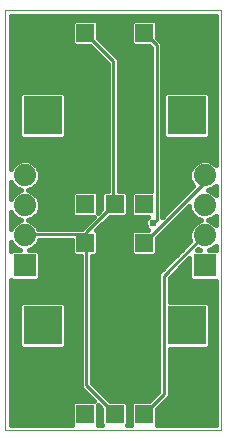
<source format=gtl>
G75*
G70*
%OFA0B0*%
%FSLAX24Y24*%
%IPPOS*%
%LPD*%
%AMOC8*
5,1,8,0,0,1.08239X$1,22.5*
%
%ADD10C,0.0000*%
%ADD11R,0.0594X0.0594*%
%ADD12R,0.1266X0.1266*%
%ADD13R,0.0740X0.0740*%
%ADD14C,0.0740*%
%ADD15C,0.0100*%
%ADD16C,0.0240*%
%ADD17C,0.0160*%
D10*
X000180Y000180D02*
X000180Y014180D01*
X007380Y014180D01*
X007380Y000180D01*
X000180Y000180D01*
D11*
X002836Y000727D03*
X003820Y000727D03*
X004804Y000727D03*
X004804Y006436D03*
X004804Y007727D03*
X003820Y007727D03*
X002836Y007727D03*
X002836Y006436D03*
X002836Y013436D03*
X004804Y013436D03*
D12*
X006222Y010680D03*
X006222Y003680D03*
X001418Y003680D03*
X001418Y010680D03*
D13*
X000820Y005680D03*
X006820Y005680D03*
D14*
X006820Y006680D03*
X006820Y007680D03*
X006820Y008680D03*
X000820Y008680D03*
X000820Y007680D03*
X000820Y006680D03*
D15*
X000840Y006720D01*
X002880Y006720D01*
X002836Y006436D01*
X002880Y006480D01*
X002880Y006720D01*
X002880Y006780D01*
X003780Y007680D01*
X003820Y007727D01*
X003780Y007740D01*
X003780Y012480D01*
X002880Y013380D01*
X002836Y013436D01*
X004804Y013436D02*
X004860Y013380D01*
X005220Y013020D01*
X005220Y007200D01*
X005100Y007080D01*
X004860Y006480D02*
X004804Y006436D01*
X004860Y006480D02*
X006780Y008400D01*
X006780Y008640D01*
X006820Y008680D01*
X006820Y006680D02*
X006780Y006660D01*
X005460Y005340D01*
X005460Y001380D01*
X004860Y000780D01*
X004804Y000727D01*
X003820Y000727D02*
X003780Y000780D01*
X002880Y001680D01*
X002880Y006420D01*
X002836Y006436D01*
D16*
X005100Y007080D03*
D17*
X004940Y006873D02*
X004449Y006873D01*
X004367Y006791D01*
X004367Y006081D01*
X004449Y005999D01*
X005159Y005999D01*
X005241Y006081D01*
X005241Y006592D01*
X006310Y007661D01*
X006310Y007579D01*
X006388Y007391D01*
X006531Y007248D01*
X006694Y007180D01*
X006531Y007112D01*
X006388Y006969D01*
X006310Y006781D01*
X006310Y006579D01*
X006345Y006494D01*
X005270Y005419D01*
X005270Y001459D01*
X004975Y001164D01*
X004449Y001164D01*
X004367Y001082D01*
X004367Y000372D01*
X004380Y000360D01*
X004244Y000360D01*
X004257Y000372D01*
X004257Y001082D01*
X004175Y001164D01*
X003665Y001164D01*
X003070Y001759D01*
X003070Y005999D01*
X003191Y005999D01*
X003273Y006081D01*
X003273Y006791D01*
X003216Y006847D01*
X003659Y007290D01*
X004175Y007290D01*
X004257Y007372D01*
X004257Y008082D01*
X004175Y008164D01*
X003970Y008164D01*
X003970Y012559D01*
X003859Y012670D01*
X003273Y013256D01*
X003273Y013791D01*
X003191Y013873D01*
X002481Y013873D01*
X002399Y013791D01*
X002399Y013081D01*
X002481Y012999D01*
X002992Y012999D01*
X003590Y012401D01*
X003590Y008164D01*
X003465Y008164D01*
X003383Y008082D01*
X003383Y007552D01*
X003273Y007441D01*
X003273Y008082D01*
X003191Y008164D01*
X002481Y008164D01*
X002399Y008082D01*
X002399Y007372D01*
X002481Y007290D01*
X003122Y007290D01*
X002801Y006970D01*
X002741Y006910D01*
X001277Y006910D01*
X001252Y006969D01*
X001109Y007112D01*
X000946Y007180D01*
X001109Y007248D01*
X001252Y007391D01*
X001330Y007579D01*
X001330Y007781D01*
X001252Y007969D01*
X001109Y008112D01*
X000946Y008180D01*
X001109Y008248D01*
X001252Y008391D01*
X001330Y008579D01*
X001330Y008781D01*
X001252Y008969D01*
X001109Y009112D01*
X000921Y009190D01*
X000719Y009190D01*
X000531Y009112D01*
X000388Y008969D01*
X000360Y008902D01*
X000360Y014000D01*
X007200Y014000D01*
X007200Y009021D01*
X007109Y009112D01*
X006921Y009190D01*
X006719Y009190D01*
X006531Y009112D01*
X006388Y008969D01*
X006310Y008781D01*
X006310Y008579D01*
X006388Y008391D01*
X006445Y008334D01*
X005410Y007299D01*
X005410Y013099D01*
X005299Y013210D01*
X005241Y013268D01*
X005241Y013791D01*
X005159Y013873D01*
X004449Y013873D01*
X004367Y013791D01*
X004367Y013081D01*
X004449Y012999D01*
X004972Y012999D01*
X005030Y012941D01*
X005030Y008164D01*
X004449Y008164D01*
X004367Y008082D01*
X004367Y007372D01*
X004449Y007290D01*
X004943Y007290D01*
X004880Y007227D01*
X004840Y007132D01*
X004840Y007028D01*
X004880Y006933D01*
X004940Y006873D01*
X004854Y006996D02*
X003364Y006996D01*
X003226Y006837D02*
X004414Y006837D01*
X004367Y006679D02*
X003273Y006679D01*
X003273Y006520D02*
X004367Y006520D01*
X004367Y006362D02*
X003273Y006362D01*
X003273Y006203D02*
X004367Y006203D01*
X004404Y006045D02*
X003236Y006045D01*
X003070Y005886D02*
X005737Y005886D01*
X005579Y005728D02*
X003070Y005728D01*
X003070Y005569D02*
X005420Y005569D01*
X005270Y005411D02*
X003070Y005411D01*
X003070Y005252D02*
X005270Y005252D01*
X005270Y005094D02*
X003070Y005094D01*
X003070Y004935D02*
X005270Y004935D01*
X005270Y004777D02*
X003070Y004777D01*
X003070Y004618D02*
X005270Y004618D01*
X005270Y004460D02*
X003070Y004460D01*
X003070Y004301D02*
X005270Y004301D01*
X005270Y004143D02*
X003070Y004143D01*
X003070Y003984D02*
X005270Y003984D01*
X005270Y003826D02*
X003070Y003826D01*
X003070Y003667D02*
X005270Y003667D01*
X005270Y003509D02*
X003070Y003509D01*
X003070Y003350D02*
X005270Y003350D01*
X005270Y003192D02*
X003070Y003192D01*
X003070Y003033D02*
X005270Y003033D01*
X005270Y002875D02*
X003070Y002875D01*
X003070Y002716D02*
X005270Y002716D01*
X005270Y002558D02*
X003070Y002558D01*
X003070Y002399D02*
X005270Y002399D01*
X005270Y002241D02*
X003070Y002241D01*
X003070Y002082D02*
X005270Y002082D01*
X005270Y001924D02*
X003070Y001924D01*
X003070Y001765D02*
X005270Y001765D01*
X005270Y001607D02*
X003222Y001607D01*
X003381Y001448D02*
X005259Y001448D01*
X005101Y001290D02*
X003539Y001290D01*
X003273Y001019D02*
X003383Y000908D01*
X003383Y000372D01*
X003396Y000360D01*
X003260Y000360D01*
X003273Y000372D01*
X003273Y001019D01*
X003273Y000973D02*
X003319Y000973D01*
X003273Y000814D02*
X003383Y000814D01*
X003383Y000656D02*
X003273Y000656D01*
X003273Y000497D02*
X003383Y000497D01*
X003127Y001164D02*
X002481Y001164D01*
X002399Y001082D01*
X002399Y000372D01*
X002411Y000360D01*
X000360Y000360D01*
X000360Y005202D01*
X000392Y005170D01*
X001248Y005170D01*
X001330Y005252D01*
X002690Y005252D01*
X002690Y005094D02*
X000360Y005094D01*
X000360Y004935D02*
X002690Y004935D01*
X002690Y004777D02*
X000360Y004777D01*
X000360Y004618D02*
X002690Y004618D01*
X002690Y004460D02*
X000360Y004460D01*
X000360Y004301D02*
X000645Y004301D01*
X000645Y004371D02*
X000645Y002989D01*
X000727Y002907D01*
X002109Y002907D01*
X002191Y002989D01*
X002191Y004371D01*
X002109Y004453D01*
X000727Y004453D01*
X000645Y004371D01*
X000645Y004143D02*
X000360Y004143D01*
X000360Y003984D02*
X000645Y003984D01*
X000645Y003826D02*
X000360Y003826D01*
X000360Y003667D02*
X000645Y003667D01*
X000645Y003509D02*
X000360Y003509D01*
X000360Y003350D02*
X000645Y003350D01*
X000645Y003192D02*
X000360Y003192D01*
X000360Y003033D02*
X000645Y003033D01*
X000360Y002875D02*
X002690Y002875D01*
X002690Y003033D02*
X002191Y003033D01*
X002191Y003192D02*
X002690Y003192D01*
X002690Y003350D02*
X002191Y003350D01*
X002191Y003509D02*
X002690Y003509D01*
X002690Y003667D02*
X002191Y003667D01*
X002191Y003826D02*
X002690Y003826D01*
X002690Y003984D02*
X002191Y003984D01*
X002191Y004143D02*
X002690Y004143D01*
X002690Y004301D02*
X002191Y004301D01*
X002690Y005411D02*
X001330Y005411D01*
X001330Y005569D02*
X002690Y005569D01*
X002690Y005728D02*
X001330Y005728D01*
X001330Y005886D02*
X002690Y005886D01*
X002690Y005999D02*
X002690Y001601D01*
X002801Y001490D01*
X003127Y001164D01*
X003002Y001290D02*
X000360Y001290D01*
X000360Y001131D02*
X002448Y001131D01*
X002399Y000973D02*
X000360Y000973D01*
X000360Y000814D02*
X002399Y000814D01*
X002399Y000656D02*
X000360Y000656D01*
X000360Y000497D02*
X002399Y000497D01*
X002843Y001448D02*
X000360Y001448D01*
X000360Y001607D02*
X002690Y001607D01*
X002690Y001765D02*
X000360Y001765D01*
X000360Y001924D02*
X002690Y001924D01*
X002690Y002082D02*
X000360Y002082D01*
X000360Y002241D02*
X002690Y002241D01*
X002690Y002399D02*
X000360Y002399D01*
X000360Y002558D02*
X002690Y002558D01*
X002690Y002716D02*
X000360Y002716D01*
X001330Y005252D02*
X001330Y006108D01*
X001248Y006190D01*
X000970Y006190D01*
X001109Y006248D01*
X001252Y006391D01*
X001310Y006530D01*
X002399Y006530D01*
X002399Y006081D01*
X002481Y005999D01*
X002690Y005999D01*
X002435Y006045D02*
X001330Y006045D01*
X001223Y006362D02*
X002399Y006362D01*
X002399Y006520D02*
X001306Y006520D01*
X001226Y006996D02*
X002827Y006996D01*
X002985Y007154D02*
X001008Y007154D01*
X001174Y007313D02*
X002459Y007313D01*
X002399Y007471D02*
X001285Y007471D01*
X001330Y007630D02*
X002399Y007630D01*
X002399Y007788D02*
X001327Y007788D01*
X001262Y007947D02*
X002399Y007947D01*
X002422Y008105D02*
X001116Y008105D01*
X001125Y008264D02*
X003590Y008264D01*
X003590Y008422D02*
X001265Y008422D01*
X001330Y008581D02*
X003590Y008581D01*
X003590Y008739D02*
X001330Y008739D01*
X001282Y008898D02*
X003590Y008898D01*
X003590Y009056D02*
X001165Y009056D01*
X000727Y009907D02*
X002109Y009907D01*
X002191Y009989D01*
X002191Y011371D01*
X002109Y011453D01*
X000727Y011453D01*
X000645Y011371D01*
X000645Y009989D01*
X000727Y009907D01*
X000645Y010007D02*
X000360Y010007D01*
X000360Y009849D02*
X003590Y009849D01*
X003590Y010007D02*
X002191Y010007D01*
X002191Y010166D02*
X003590Y010166D01*
X003590Y010324D02*
X002191Y010324D01*
X002191Y010483D02*
X003590Y010483D01*
X003590Y010641D02*
X002191Y010641D01*
X002191Y010800D02*
X003590Y010800D01*
X003590Y010958D02*
X002191Y010958D01*
X002191Y011117D02*
X003590Y011117D01*
X003590Y011275D02*
X002191Y011275D01*
X002129Y011434D02*
X003590Y011434D01*
X003590Y011592D02*
X000360Y011592D01*
X000360Y011434D02*
X000708Y011434D01*
X000645Y011275D02*
X000360Y011275D01*
X000360Y011117D02*
X000645Y011117D01*
X000645Y010958D02*
X000360Y010958D01*
X000360Y010800D02*
X000645Y010800D01*
X000645Y010641D02*
X000360Y010641D01*
X000360Y010483D02*
X000645Y010483D01*
X000645Y010324D02*
X000360Y010324D01*
X000360Y010166D02*
X000645Y010166D01*
X000360Y009690D02*
X003590Y009690D01*
X003590Y009532D02*
X000360Y009532D01*
X000360Y009373D02*
X003590Y009373D01*
X003590Y009215D02*
X000360Y009215D01*
X000360Y009056D02*
X000475Y009056D01*
X000360Y008458D02*
X000388Y008391D01*
X000531Y008248D01*
X000694Y008180D01*
X000531Y008112D01*
X000388Y007969D01*
X000360Y007902D01*
X000360Y008458D01*
X000360Y008422D02*
X000375Y008422D01*
X000360Y008264D02*
X000515Y008264D01*
X000524Y008105D02*
X000360Y008105D01*
X000360Y007947D02*
X000378Y007947D01*
X000360Y007458D02*
X000388Y007391D01*
X000531Y007248D01*
X000694Y007180D01*
X000531Y007112D01*
X000388Y006969D01*
X000360Y006902D01*
X000360Y007458D01*
X000360Y007313D02*
X000466Y007313D01*
X000360Y007154D02*
X000632Y007154D01*
X000414Y006996D02*
X000360Y006996D01*
X000360Y006458D02*
X000388Y006391D01*
X000531Y006248D01*
X000670Y006190D01*
X000392Y006190D01*
X000360Y006158D01*
X000360Y006458D01*
X000360Y006362D02*
X000417Y006362D01*
X000360Y006203D02*
X000639Y006203D01*
X001001Y006203D02*
X002399Y006203D01*
X003273Y007471D02*
X003302Y007471D01*
X003273Y007630D02*
X003383Y007630D01*
X003383Y007788D02*
X003273Y007788D01*
X003273Y007947D02*
X003383Y007947D01*
X003406Y008105D02*
X003250Y008105D01*
X003523Y007154D02*
X004849Y007154D01*
X004427Y007313D02*
X004197Y007313D01*
X004257Y007471D02*
X004367Y007471D01*
X004367Y007630D02*
X004257Y007630D01*
X004257Y007788D02*
X004367Y007788D01*
X004367Y007947D02*
X004257Y007947D01*
X004234Y008105D02*
X004390Y008105D01*
X003970Y008264D02*
X005030Y008264D01*
X005030Y008422D02*
X003970Y008422D01*
X003970Y008581D02*
X005030Y008581D01*
X005030Y008739D02*
X003970Y008739D01*
X003970Y008898D02*
X005030Y008898D01*
X005030Y009056D02*
X003970Y009056D01*
X003970Y009215D02*
X005030Y009215D01*
X005030Y009373D02*
X003970Y009373D01*
X003970Y009532D02*
X005030Y009532D01*
X005030Y009690D02*
X003970Y009690D01*
X003970Y009849D02*
X005030Y009849D01*
X005030Y010007D02*
X003970Y010007D01*
X003970Y010166D02*
X005030Y010166D01*
X005030Y010324D02*
X003970Y010324D01*
X003970Y010483D02*
X005030Y010483D01*
X005030Y010641D02*
X003970Y010641D01*
X003970Y010800D02*
X005030Y010800D01*
X005030Y010958D02*
X003970Y010958D01*
X003970Y011117D02*
X005030Y011117D01*
X005030Y011275D02*
X003970Y011275D01*
X003970Y011434D02*
X005030Y011434D01*
X005030Y011592D02*
X003970Y011592D01*
X003970Y011751D02*
X005030Y011751D01*
X005030Y011909D02*
X003970Y011909D01*
X003970Y012068D02*
X005030Y012068D01*
X005030Y012226D02*
X003970Y012226D01*
X003970Y012385D02*
X005030Y012385D01*
X005030Y012543D02*
X003970Y012543D01*
X003827Y012702D02*
X005030Y012702D01*
X005030Y012860D02*
X003669Y012860D01*
X003510Y013019D02*
X004430Y013019D01*
X004367Y013177D02*
X003352Y013177D01*
X003273Y013336D02*
X004367Y013336D01*
X004367Y013494D02*
X003273Y013494D01*
X003273Y013653D02*
X004367Y013653D01*
X004388Y013811D02*
X003252Y013811D01*
X003131Y012860D02*
X000360Y012860D01*
X000360Y012702D02*
X003290Y012702D01*
X003448Y012543D02*
X000360Y012543D01*
X000360Y012385D02*
X003590Y012385D01*
X003590Y012226D02*
X000360Y012226D01*
X000360Y012068D02*
X003590Y012068D01*
X003590Y011909D02*
X000360Y011909D01*
X000360Y011751D02*
X003590Y011751D01*
X002461Y013019D02*
X000360Y013019D01*
X000360Y013177D02*
X002399Y013177D01*
X002399Y013336D02*
X000360Y013336D01*
X000360Y013494D02*
X002399Y013494D01*
X002399Y013653D02*
X000360Y013653D01*
X000360Y013811D02*
X002419Y013811D01*
X000360Y013970D02*
X007200Y013970D01*
X007200Y013811D02*
X005221Y013811D01*
X005241Y013653D02*
X007200Y013653D01*
X007200Y013494D02*
X005241Y013494D01*
X005241Y013336D02*
X007200Y013336D01*
X007200Y013177D02*
X005332Y013177D01*
X005410Y013019D02*
X007200Y013019D01*
X007200Y012860D02*
X005410Y012860D01*
X005410Y012702D02*
X007200Y012702D01*
X007200Y012543D02*
X005410Y012543D01*
X005410Y012385D02*
X007200Y012385D01*
X007200Y012226D02*
X005410Y012226D01*
X005410Y012068D02*
X007200Y012068D01*
X007200Y011909D02*
X005410Y011909D01*
X005410Y011751D02*
X007200Y011751D01*
X007200Y011592D02*
X005410Y011592D01*
X005410Y011434D02*
X005511Y011434D01*
X005531Y011453D02*
X005449Y011371D01*
X005449Y009989D01*
X005531Y009907D01*
X006913Y009907D01*
X006995Y009989D01*
X006995Y011371D01*
X006913Y011453D01*
X005531Y011453D01*
X005449Y011275D02*
X005410Y011275D01*
X005410Y011117D02*
X005449Y011117D01*
X005449Y010958D02*
X005410Y010958D01*
X005410Y010800D02*
X005449Y010800D01*
X005449Y010641D02*
X005410Y010641D01*
X005410Y010483D02*
X005449Y010483D01*
X005449Y010324D02*
X005410Y010324D01*
X005410Y010166D02*
X005449Y010166D01*
X005449Y010007D02*
X005410Y010007D01*
X005410Y009849D02*
X007200Y009849D01*
X007200Y010007D02*
X006995Y010007D01*
X006995Y010166D02*
X007200Y010166D01*
X007200Y010324D02*
X006995Y010324D01*
X006995Y010483D02*
X007200Y010483D01*
X007200Y010641D02*
X006995Y010641D01*
X006995Y010800D02*
X007200Y010800D01*
X007200Y010958D02*
X006995Y010958D01*
X006995Y011117D02*
X007200Y011117D01*
X007200Y011275D02*
X006995Y011275D01*
X006932Y011434D02*
X007200Y011434D01*
X007200Y009690D02*
X005410Y009690D01*
X005410Y009532D02*
X007200Y009532D01*
X007200Y009373D02*
X005410Y009373D01*
X005410Y009215D02*
X007200Y009215D01*
X007200Y009056D02*
X007165Y009056D01*
X007200Y008339D02*
X007200Y008021D01*
X007109Y008112D01*
X006946Y008180D01*
X007109Y008248D01*
X007200Y008339D01*
X007200Y008264D02*
X007125Y008264D01*
X007116Y008105D02*
X007200Y008105D01*
X007200Y007339D02*
X007200Y007021D01*
X007109Y007112D01*
X006946Y007180D01*
X007109Y007248D01*
X007200Y007339D01*
X007200Y007313D02*
X007174Y007313D01*
X007200Y007154D02*
X007008Y007154D01*
X006632Y007154D02*
X005803Y007154D01*
X005961Y007313D02*
X006466Y007313D01*
X006355Y007471D02*
X006120Y007471D01*
X006278Y007630D02*
X006310Y007630D01*
X006058Y007947D02*
X005410Y007947D01*
X005410Y008105D02*
X006216Y008105D01*
X006375Y008264D02*
X005410Y008264D01*
X005410Y008422D02*
X006375Y008422D01*
X006310Y008581D02*
X005410Y008581D01*
X005410Y008739D02*
X006310Y008739D01*
X006358Y008898D02*
X005410Y008898D01*
X005410Y009056D02*
X006475Y009056D01*
X005899Y007788D02*
X005410Y007788D01*
X005410Y007630D02*
X005741Y007630D01*
X005582Y007471D02*
X005410Y007471D01*
X005410Y007313D02*
X005424Y007313D01*
X005644Y006996D02*
X006414Y006996D01*
X006333Y006837D02*
X005486Y006837D01*
X005327Y006679D02*
X006310Y006679D01*
X006334Y006520D02*
X005241Y006520D01*
X005241Y006362D02*
X006213Y006362D01*
X006054Y006203D02*
X005241Y006203D01*
X005205Y006045D02*
X005896Y006045D01*
X006116Y005728D02*
X006310Y005728D01*
X006310Y005886D02*
X006275Y005886D01*
X006310Y005921D02*
X006310Y005252D01*
X005650Y005252D01*
X005650Y005261D02*
X006310Y005921D01*
X006310Y005569D02*
X005958Y005569D01*
X005799Y005411D02*
X006310Y005411D01*
X006310Y005252D02*
X006392Y005170D01*
X007200Y005170D01*
X007200Y000360D01*
X005229Y000360D01*
X005241Y000372D01*
X005241Y000892D01*
X005539Y001190D01*
X005650Y001301D01*
X005650Y002907D01*
X006913Y002907D01*
X006995Y002989D01*
X006995Y004371D01*
X006913Y004453D01*
X005650Y004453D01*
X005650Y005261D01*
X005650Y005094D02*
X007200Y005094D01*
X007200Y004935D02*
X005650Y004935D01*
X005650Y004777D02*
X007200Y004777D01*
X007200Y004618D02*
X005650Y004618D01*
X005650Y004460D02*
X007200Y004460D01*
X007200Y004301D02*
X006995Y004301D01*
X006995Y004143D02*
X007200Y004143D01*
X007200Y003984D02*
X006995Y003984D01*
X006995Y003826D02*
X007200Y003826D01*
X007200Y003667D02*
X006995Y003667D01*
X006995Y003509D02*
X007200Y003509D01*
X007200Y003350D02*
X006995Y003350D01*
X006995Y003192D02*
X007200Y003192D01*
X007200Y003033D02*
X006995Y003033D01*
X007200Y002875D02*
X005650Y002875D01*
X005650Y002716D02*
X007200Y002716D01*
X007200Y002558D02*
X005650Y002558D01*
X005650Y002399D02*
X007200Y002399D01*
X007200Y002241D02*
X005650Y002241D01*
X005650Y002082D02*
X007200Y002082D01*
X007200Y001924D02*
X005650Y001924D01*
X005650Y001765D02*
X007200Y001765D01*
X007200Y001607D02*
X005650Y001607D01*
X005650Y001448D02*
X007200Y001448D01*
X007200Y001290D02*
X005638Y001290D01*
X005480Y001131D02*
X007200Y001131D01*
X007200Y000973D02*
X005321Y000973D01*
X005241Y000814D02*
X007200Y000814D01*
X007200Y000656D02*
X005241Y000656D01*
X005241Y000497D02*
X007200Y000497D01*
X004367Y000497D02*
X004257Y000497D01*
X004257Y000656D02*
X004367Y000656D01*
X004367Y000814D02*
X004257Y000814D01*
X004257Y000973D02*
X004367Y000973D01*
X004416Y001131D02*
X004208Y001131D01*
X006579Y006190D02*
X006606Y006217D01*
X006670Y006190D01*
X006579Y006190D01*
X006592Y006203D02*
X006639Y006203D01*
X006970Y006190D02*
X007109Y006248D01*
X007200Y006339D01*
X007200Y006190D01*
X006970Y006190D01*
X007001Y006203D02*
X007200Y006203D01*
M02*

</source>
